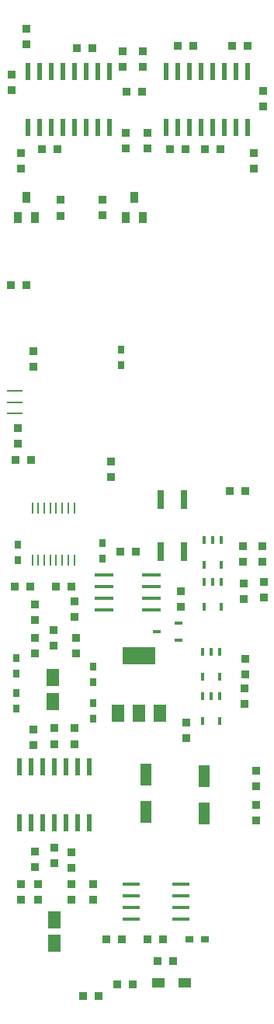
<source format=gtp>
G04 DipTrace 3.1.0.0*
G04 working.GTP*
%MOIN*%
G04 #@! TF.FileFunction,Paste,Top*
G04 #@! TF.Part,Single*
%AMOUTLINE2*
4,1,4,
-0.023559,0.047181,
-0.023559,-0.047181,
0.023559,-0.047181,
0.023559,0.047181,
-0.023559,0.047181,
0*%
%AMOUTLINE5*
4,1,4,
0.015685,-0.017654,
-0.015685,-0.017654,
-0.015685,0.017654,
0.015685,0.017654,
0.015685,-0.017654,
0*%
%AMOUTLINE8*
4,1,4,
0.025528,-0.03537,
0.025528,0.03537,
-0.025528,0.03537,
-0.025528,-0.03537,
0.025528,-0.03537,
0*%
%AMOUTLINE11*
4,1,4,
0.017654,0.015685,
0.017654,-0.015685,
-0.017654,-0.015685,
-0.017654,0.015685,
0.017654,0.015685,
0*%
%AMOUTLINE14*
4,1,4,
-0.015685,0.017654,
0.015685,0.017654,
0.015685,-0.017654,
-0.015685,-0.017654,
-0.015685,0.017654,
0*%
%AMOUTLINE17*
4,1,4,
0.025528,0.019622,
-0.025528,0.019622,
-0.025528,-0.019622,
0.025528,-0.019622,
0.025528,0.019622,
0*%
%AMOUTLINE20*
4,1,4,
0.0255,0.0355,
-0.0255,0.0355,
-0.0255,-0.0355,
0.0255,-0.0355,
0.0255,0.0355,
0*%
%AMOUTLINE23*
4,1,4,
0.071,0.0355,
-0.071,0.0355,
-0.071,-0.0355,
0.071,-0.0355,
0.071,0.0355,
0*%
%AMOUTLINE26*
4,1,4,
0.009,0.036,
-0.009,0.036,
-0.009,-0.036,
0.009,-0.036,
0.009,0.036,
0*%
%AMOUTLINE29*
4,1,4,
-0.003,0.024,
-0.003,-0.024,
0.003,-0.024,
0.003,0.024,
-0.003,0.024,
0*%
%AMOUTLINE32*
4,1,4,
-0.039307,0.007811,
-0.039307,-0.007811,
0.039307,-0.007811,
0.039307,0.007811,
-0.039307,0.007811,
0*%
%AMOUTLINE35*
4,1,4,
-0.009,-0.036,
0.009,-0.036,
0.009,0.036,
-0.009,0.036,
-0.009,-0.036,
0*%
%AMOUTLINE38*
4,1,4,
0.007811,-0.017654,
-0.007811,-0.017654,
-0.007811,0.017654,
0.007811,0.017654,
0.007811,-0.017654,
0*%
%AMOUTLINE41*
4,1,4,
-0.007811,0.017654,
0.007811,0.017654,
0.007811,-0.017654,
-0.007811,-0.017654,
-0.007811,0.017654,
0*%
%AMOUTLINE56*
4,1,4,
-0.03537,-0.007811,
-0.03537,0.007811,
0.03537,0.007811,
0.03537,-0.007811,
-0.03537,-0.007811,
0*%
%AMOUTLINE59*
4,1,4,
0.015685,0.023559,
-0.015685,0.023559,
-0.015685,-0.023559,
0.015685,-0.023559,
0.015685,0.023559,
0*%
%AMOUTLINE62*
4,1,4,
-0.017654,-0.015685,
-0.017654,0.015685,
0.017654,0.015685,
0.017654,-0.015685,
-0.017654,-0.015685,
0*%
%AMOUTLINE68*
4,1,4,
0.015685,-0.001,
0.015685,0.001,
-0.015685,0.001,
-0.015685,-0.001,
0.015685,-0.001,
0*%
%AMOUTLINE71*
4,1,4,
0.001,-0.015685,
0.001,0.015685,
-0.001,0.015685,
-0.001,-0.015685,
0.001,-0.015685,
0*%
%ADD52R,0.07074X0.007748*%
%ADD58R,0.035307X0.03137*%
%ADD67R,0.033339X0.017591*%
%ADD71R,0.03137X0.078614*%
%ADD73R,0.03137X0.035307*%
%ADD77OUTLINE2*%
%ADD80OUTLINE5*%
%ADD83OUTLINE8*%
%ADD86OUTLINE11*%
%ADD89OUTLINE14*%
%ADD92OUTLINE17*%
%ADD95OUTLINE20*%
%ADD98OUTLINE23*%
%ADD101OUTLINE26*%
%ADD104OUTLINE29*%
%ADD107OUTLINE32*%
%ADD110OUTLINE35*%
%ADD113OUTLINE38*%
%ADD116OUTLINE41*%
%ADD131OUTLINE56*%
%ADD134OUTLINE59*%
%ADD137OUTLINE62*%
%ADD143OUTLINE68*%
%ADD146OUTLINE71*%
%FSLAX26Y26*%
G04*
G70*
G90*
G75*
G01*
G04 TopPaste*
%LPD*%
D77*
X1266500Y1387751D3*
Y1226333D3*
D80*
X1520535Y4327465D3*
Y4260535D3*
D83*
X622751Y669000D3*
Y771362D3*
D77*
X1016500Y1394000D3*
Y1232583D3*
D86*
X437071Y3494000D3*
X504000D3*
D89*
X441500Y4331500D3*
Y4398429D3*
D80*
X535251Y3144000D3*
Y3210929D3*
D73*
X910251Y3150251D3*
Y3217180D3*
D86*
X522749Y2744000D3*
X455820D3*
D83*
X616500Y1706500D3*
Y1808862D3*
D89*
X866500Y2737749D3*
Y2670820D3*
D80*
X710249Y1592180D3*
Y1525251D3*
D73*
X466500Y2379680D3*
Y2312751D3*
D80*
X697749Y994000D3*
Y1060929D3*
D86*
X520929Y2200249D3*
X454000D3*
D73*
X829000Y2319000D3*
Y2385929D3*
D80*
X622751Y1525251D3*
Y1592180D3*
Y1012751D3*
Y1079680D3*
D89*
X535251Y1520820D3*
Y1587749D3*
X541500Y995820D3*
Y1062749D3*
X1166500Y2112751D3*
Y2179680D3*
D86*
X1066500Y594000D3*
X1133429D3*
X972749Y2350249D3*
X905820D3*
D80*
X1443715Y1823035D3*
Y1889965D3*
D89*
X1435249Y2306500D3*
Y2373429D3*
D92*
X1185249Y500249D3*
X1071076D3*
D71*
X1079000Y2350251D3*
X1179000D3*
Y2575054D3*
X1079000D3*
D95*
X897749Y1656500D3*
X987749D3*
X1077749D3*
D98*
X986749Y1904500D3*
D101*
X510251Y4169000D3*
X560251D3*
X610251D3*
X660251D3*
X710251D3*
X760251D3*
X810251D3*
X860251D3*
Y4411000D3*
X810251D3*
X760251D3*
X710251D3*
X660251D3*
X610251D3*
X560251D3*
X510251D3*
X1104000Y4169000D3*
X1154000D3*
X1204000D3*
X1254000D3*
X1304000D3*
X1354000D3*
X1404000D3*
X1454000D3*
Y4411000D3*
X1404000D3*
X1354000D3*
X1304000D3*
X1254000D3*
X1204000D3*
X1154000D3*
X1104000D3*
D104*
X529000Y2312751D3*
X555000D3*
X581000D3*
X606000D3*
X632000D3*
X657000D3*
X683000D3*
X709000D3*
Y2536751D3*
X683000D3*
X657000D3*
X632000D3*
X606000D3*
X581000D3*
X555000D3*
X529000D3*
D107*
X1041500Y2100249D3*
Y2150249D3*
Y2200249D3*
Y2250249D3*
X836776D3*
Y2200249D3*
Y2150249D3*
Y2100249D3*
D110*
X775000Y1427500D3*
X725000D3*
X675000D3*
X625000D3*
X575000D3*
X525000D3*
X475000D3*
Y1185500D3*
X525000D3*
X575000D3*
X625000D3*
X675000D3*
X725000D3*
X775000D3*
D113*
X1335249Y1919000D3*
X1297848D3*
X1260446D3*
Y1812701D3*
X1335249D3*
D116*
Y1731500D3*
X1297848D3*
X1260446D3*
Y1625201D3*
X1335249D3*
D67*
X1155969Y1969000D3*
Y2043803D3*
X1065417Y2006402D3*
D113*
X1341500Y2219000D3*
X1304098D3*
X1266697D3*
Y2112701D3*
X1341500D3*
D116*
Y2400251D3*
X1304098D3*
X1266697D3*
Y2293951D3*
X1341500D3*
D131*
X1166500Y775249D3*
Y825249D3*
Y875249D3*
Y925249D3*
X953902D3*
Y875249D3*
Y825249D3*
Y775249D3*
D134*
X466697Y3782386D3*
X504098Y3869000D3*
X541500Y3782386D3*
X929197D3*
X966598Y3869000D3*
X1004000Y3782386D3*
D80*
X651785Y3858715D3*
Y3791786D3*
D89*
X504000Y4527071D3*
Y4594000D3*
D86*
X720535Y4510535D3*
X787465D3*
D89*
X916500Y4431500D3*
Y4498429D3*
X1004000Y4431500D3*
Y4498429D3*
D86*
X935251Y4325249D3*
X1002180D3*
X1154000Y4519000D3*
X1220929D3*
X1454000D3*
X1387071D3*
D80*
X829000Y3794000D3*
Y3860929D3*
X479000Y4060929D3*
Y3994000D3*
D137*
X570535Y4077465D3*
X637465D3*
D80*
X929000Y4148429D3*
Y4081500D3*
X1022749Y4148429D3*
Y4081500D3*
D137*
X1187465Y4077465D3*
X1120535D3*
X1270535D3*
X1337465D3*
D80*
X1479000Y4060929D3*
Y3994000D3*
D89*
X466500Y2881500D3*
Y2814571D3*
D80*
X541500Y1912751D3*
Y1979680D3*
Y2056500D3*
Y2123429D3*
X710249Y2069000D3*
Y2135929D3*
X716500Y1912751D3*
Y1979680D3*
D89*
X620535Y1948035D3*
Y2014965D3*
D137*
X697749Y2200249D3*
X630820D3*
D73*
X791500Y1700249D3*
Y1633320D3*
D80*
Y856500D3*
Y923429D3*
D73*
Y1789570D3*
Y1856499D3*
D80*
X697749Y856500D3*
Y923429D3*
D73*
X460249Y1827071D3*
Y1894000D3*
D80*
X554000Y856500D3*
Y923429D3*
D73*
X460249Y1677071D3*
Y1744000D3*
D80*
X479000Y856500D3*
Y923429D3*
D89*
X1491500Y1344000D3*
Y1410929D3*
D137*
X1376785Y2610535D3*
X1443714D3*
D80*
X1191500Y1550251D3*
Y1617180D3*
D86*
X960249Y494000D3*
X893320D3*
D80*
X1522749Y2219000D3*
Y2152071D3*
D86*
X1091500Y687751D3*
X1024571D3*
D89*
X1437465Y2148035D3*
Y2214965D3*
D137*
X847751Y687751D3*
X914680D3*
X747751Y444000D3*
X814680D3*
D80*
X1441500Y1762749D3*
Y1695820D3*
D89*
X1491500Y1262749D3*
Y1195820D3*
D80*
X1516500Y2375249D3*
Y2308320D3*
D58*
X1204000Y687751D3*
X1270929D3*
D52*
X454001Y2943999D3*
Y2991505D3*
Y3039012D3*
D143*
X554000Y3081500D3*
Y3061815D3*
Y3042130D3*
Y3022445D3*
Y3002760D3*
Y2983075D3*
Y2963390D3*
Y2943705D3*
Y2924020D3*
Y2904335D3*
Y2884650D3*
Y2864965D3*
D146*
X613055Y2805909D3*
X632740D3*
X652425D3*
X672110D3*
X691795D3*
X711480D3*
X731165D3*
X750850D3*
X770535D3*
X790220D3*
X809906D3*
X829591D3*
D143*
X888646Y2864965D3*
Y2884650D3*
Y2904335D3*
Y2924020D3*
Y2943705D3*
Y2963390D3*
Y2983075D3*
Y3002760D3*
Y3022445D3*
Y3042130D3*
Y3061815D3*
Y3081500D3*
D146*
X829591Y3140555D3*
X809906D3*
X790220D3*
X770535D3*
X750850D3*
X731165D3*
X711480D3*
X691795D3*
X672110D3*
X652425D3*
X632740D3*
X613055D3*
M02*

</source>
